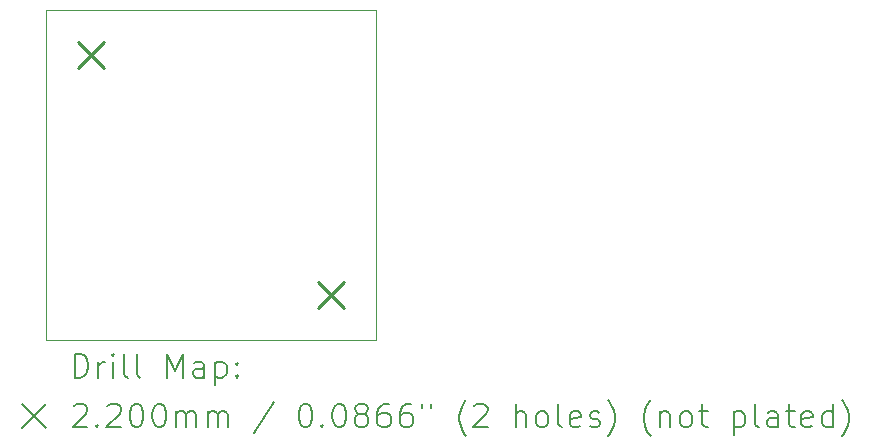
<source format=gbr>
%TF.GenerationSoftware,KiCad,Pcbnew,7.0.1*%
%TF.CreationDate,2023-10-30T09:31:32+01:00*%
%TF.ProjectId,opto-counter,6f70746f-2d63-46f7-956e-7465722e6b69,rev?*%
%TF.SameCoordinates,Original*%
%TF.FileFunction,Drillmap*%
%TF.FilePolarity,Positive*%
%FSLAX45Y45*%
G04 Gerber Fmt 4.5, Leading zero omitted, Abs format (unit mm)*
G04 Created by KiCad (PCBNEW 7.0.1) date 2023-10-30 09:31:32*
%MOMM*%
%LPD*%
G01*
G04 APERTURE LIST*
%ADD10C,0.050000*%
%ADD11C,0.200000*%
%ADD12C,0.220000*%
G04 APERTURE END LIST*
D10*
X6350000Y-2413000D02*
X9144000Y-2413000D01*
X9144000Y-5207000D01*
X6350000Y-5207000D01*
X6350000Y-2413000D01*
D11*
D12*
X6621000Y-2684000D02*
X6841000Y-2904000D01*
X6841000Y-2684000D02*
X6621000Y-2904000D01*
X8653000Y-4716000D02*
X8873000Y-4936000D01*
X8873000Y-4716000D02*
X8653000Y-4936000D01*
D11*
X6595119Y-5522024D02*
X6595119Y-5322024D01*
X6595119Y-5322024D02*
X6642738Y-5322024D01*
X6642738Y-5322024D02*
X6671309Y-5331548D01*
X6671309Y-5331548D02*
X6690357Y-5350595D01*
X6690357Y-5350595D02*
X6699881Y-5369643D01*
X6699881Y-5369643D02*
X6709405Y-5407738D01*
X6709405Y-5407738D02*
X6709405Y-5436310D01*
X6709405Y-5436310D02*
X6699881Y-5474405D01*
X6699881Y-5474405D02*
X6690357Y-5493452D01*
X6690357Y-5493452D02*
X6671309Y-5512500D01*
X6671309Y-5512500D02*
X6642738Y-5522024D01*
X6642738Y-5522024D02*
X6595119Y-5522024D01*
X6795119Y-5522024D02*
X6795119Y-5388690D01*
X6795119Y-5426786D02*
X6804643Y-5407738D01*
X6804643Y-5407738D02*
X6814167Y-5398214D01*
X6814167Y-5398214D02*
X6833214Y-5388690D01*
X6833214Y-5388690D02*
X6852262Y-5388690D01*
X6918928Y-5522024D02*
X6918928Y-5388690D01*
X6918928Y-5322024D02*
X6909405Y-5331548D01*
X6909405Y-5331548D02*
X6918928Y-5341071D01*
X6918928Y-5341071D02*
X6928452Y-5331548D01*
X6928452Y-5331548D02*
X6918928Y-5322024D01*
X6918928Y-5322024D02*
X6918928Y-5341071D01*
X7042738Y-5522024D02*
X7023690Y-5512500D01*
X7023690Y-5512500D02*
X7014167Y-5493452D01*
X7014167Y-5493452D02*
X7014167Y-5322024D01*
X7147500Y-5522024D02*
X7128452Y-5512500D01*
X7128452Y-5512500D02*
X7118928Y-5493452D01*
X7118928Y-5493452D02*
X7118928Y-5322024D01*
X7376071Y-5522024D02*
X7376071Y-5322024D01*
X7376071Y-5322024D02*
X7442738Y-5464881D01*
X7442738Y-5464881D02*
X7509405Y-5322024D01*
X7509405Y-5322024D02*
X7509405Y-5522024D01*
X7690357Y-5522024D02*
X7690357Y-5417262D01*
X7690357Y-5417262D02*
X7680833Y-5398214D01*
X7680833Y-5398214D02*
X7661786Y-5388690D01*
X7661786Y-5388690D02*
X7623690Y-5388690D01*
X7623690Y-5388690D02*
X7604643Y-5398214D01*
X7690357Y-5512500D02*
X7671309Y-5522024D01*
X7671309Y-5522024D02*
X7623690Y-5522024D01*
X7623690Y-5522024D02*
X7604643Y-5512500D01*
X7604643Y-5512500D02*
X7595119Y-5493452D01*
X7595119Y-5493452D02*
X7595119Y-5474405D01*
X7595119Y-5474405D02*
X7604643Y-5455357D01*
X7604643Y-5455357D02*
X7623690Y-5445833D01*
X7623690Y-5445833D02*
X7671309Y-5445833D01*
X7671309Y-5445833D02*
X7690357Y-5436310D01*
X7785595Y-5388690D02*
X7785595Y-5588690D01*
X7785595Y-5398214D02*
X7804643Y-5388690D01*
X7804643Y-5388690D02*
X7842738Y-5388690D01*
X7842738Y-5388690D02*
X7861786Y-5398214D01*
X7861786Y-5398214D02*
X7871309Y-5407738D01*
X7871309Y-5407738D02*
X7880833Y-5426786D01*
X7880833Y-5426786D02*
X7880833Y-5483929D01*
X7880833Y-5483929D02*
X7871309Y-5502976D01*
X7871309Y-5502976D02*
X7861786Y-5512500D01*
X7861786Y-5512500D02*
X7842738Y-5522024D01*
X7842738Y-5522024D02*
X7804643Y-5522024D01*
X7804643Y-5522024D02*
X7785595Y-5512500D01*
X7966548Y-5502976D02*
X7976071Y-5512500D01*
X7976071Y-5512500D02*
X7966548Y-5522024D01*
X7966548Y-5522024D02*
X7957024Y-5512500D01*
X7957024Y-5512500D02*
X7966548Y-5502976D01*
X7966548Y-5502976D02*
X7966548Y-5522024D01*
X7966548Y-5398214D02*
X7976071Y-5407738D01*
X7976071Y-5407738D02*
X7966548Y-5417262D01*
X7966548Y-5417262D02*
X7957024Y-5407738D01*
X7957024Y-5407738D02*
X7966548Y-5398214D01*
X7966548Y-5398214D02*
X7966548Y-5417262D01*
X6147500Y-5749500D02*
X6347500Y-5949500D01*
X6347500Y-5749500D02*
X6147500Y-5949500D01*
X6585595Y-5761071D02*
X6595119Y-5751548D01*
X6595119Y-5751548D02*
X6614167Y-5742024D01*
X6614167Y-5742024D02*
X6661786Y-5742024D01*
X6661786Y-5742024D02*
X6680833Y-5751548D01*
X6680833Y-5751548D02*
X6690357Y-5761071D01*
X6690357Y-5761071D02*
X6699881Y-5780119D01*
X6699881Y-5780119D02*
X6699881Y-5799167D01*
X6699881Y-5799167D02*
X6690357Y-5827738D01*
X6690357Y-5827738D02*
X6576071Y-5942024D01*
X6576071Y-5942024D02*
X6699881Y-5942024D01*
X6785595Y-5922976D02*
X6795119Y-5932500D01*
X6795119Y-5932500D02*
X6785595Y-5942024D01*
X6785595Y-5942024D02*
X6776071Y-5932500D01*
X6776071Y-5932500D02*
X6785595Y-5922976D01*
X6785595Y-5922976D02*
X6785595Y-5942024D01*
X6871309Y-5761071D02*
X6880833Y-5751548D01*
X6880833Y-5751548D02*
X6899881Y-5742024D01*
X6899881Y-5742024D02*
X6947500Y-5742024D01*
X6947500Y-5742024D02*
X6966548Y-5751548D01*
X6966548Y-5751548D02*
X6976071Y-5761071D01*
X6976071Y-5761071D02*
X6985595Y-5780119D01*
X6985595Y-5780119D02*
X6985595Y-5799167D01*
X6985595Y-5799167D02*
X6976071Y-5827738D01*
X6976071Y-5827738D02*
X6861786Y-5942024D01*
X6861786Y-5942024D02*
X6985595Y-5942024D01*
X7109405Y-5742024D02*
X7128452Y-5742024D01*
X7128452Y-5742024D02*
X7147500Y-5751548D01*
X7147500Y-5751548D02*
X7157024Y-5761071D01*
X7157024Y-5761071D02*
X7166548Y-5780119D01*
X7166548Y-5780119D02*
X7176071Y-5818214D01*
X7176071Y-5818214D02*
X7176071Y-5865833D01*
X7176071Y-5865833D02*
X7166548Y-5903928D01*
X7166548Y-5903928D02*
X7157024Y-5922976D01*
X7157024Y-5922976D02*
X7147500Y-5932500D01*
X7147500Y-5932500D02*
X7128452Y-5942024D01*
X7128452Y-5942024D02*
X7109405Y-5942024D01*
X7109405Y-5942024D02*
X7090357Y-5932500D01*
X7090357Y-5932500D02*
X7080833Y-5922976D01*
X7080833Y-5922976D02*
X7071309Y-5903928D01*
X7071309Y-5903928D02*
X7061786Y-5865833D01*
X7061786Y-5865833D02*
X7061786Y-5818214D01*
X7061786Y-5818214D02*
X7071309Y-5780119D01*
X7071309Y-5780119D02*
X7080833Y-5761071D01*
X7080833Y-5761071D02*
X7090357Y-5751548D01*
X7090357Y-5751548D02*
X7109405Y-5742024D01*
X7299881Y-5742024D02*
X7318929Y-5742024D01*
X7318929Y-5742024D02*
X7337976Y-5751548D01*
X7337976Y-5751548D02*
X7347500Y-5761071D01*
X7347500Y-5761071D02*
X7357024Y-5780119D01*
X7357024Y-5780119D02*
X7366548Y-5818214D01*
X7366548Y-5818214D02*
X7366548Y-5865833D01*
X7366548Y-5865833D02*
X7357024Y-5903928D01*
X7357024Y-5903928D02*
X7347500Y-5922976D01*
X7347500Y-5922976D02*
X7337976Y-5932500D01*
X7337976Y-5932500D02*
X7318929Y-5942024D01*
X7318929Y-5942024D02*
X7299881Y-5942024D01*
X7299881Y-5942024D02*
X7280833Y-5932500D01*
X7280833Y-5932500D02*
X7271309Y-5922976D01*
X7271309Y-5922976D02*
X7261786Y-5903928D01*
X7261786Y-5903928D02*
X7252262Y-5865833D01*
X7252262Y-5865833D02*
X7252262Y-5818214D01*
X7252262Y-5818214D02*
X7261786Y-5780119D01*
X7261786Y-5780119D02*
X7271309Y-5761071D01*
X7271309Y-5761071D02*
X7280833Y-5751548D01*
X7280833Y-5751548D02*
X7299881Y-5742024D01*
X7452262Y-5942024D02*
X7452262Y-5808690D01*
X7452262Y-5827738D02*
X7461786Y-5818214D01*
X7461786Y-5818214D02*
X7480833Y-5808690D01*
X7480833Y-5808690D02*
X7509405Y-5808690D01*
X7509405Y-5808690D02*
X7528452Y-5818214D01*
X7528452Y-5818214D02*
X7537976Y-5837262D01*
X7537976Y-5837262D02*
X7537976Y-5942024D01*
X7537976Y-5837262D02*
X7547500Y-5818214D01*
X7547500Y-5818214D02*
X7566548Y-5808690D01*
X7566548Y-5808690D02*
X7595119Y-5808690D01*
X7595119Y-5808690D02*
X7614167Y-5818214D01*
X7614167Y-5818214D02*
X7623690Y-5837262D01*
X7623690Y-5837262D02*
X7623690Y-5942024D01*
X7718929Y-5942024D02*
X7718929Y-5808690D01*
X7718929Y-5827738D02*
X7728452Y-5818214D01*
X7728452Y-5818214D02*
X7747500Y-5808690D01*
X7747500Y-5808690D02*
X7776071Y-5808690D01*
X7776071Y-5808690D02*
X7795119Y-5818214D01*
X7795119Y-5818214D02*
X7804643Y-5837262D01*
X7804643Y-5837262D02*
X7804643Y-5942024D01*
X7804643Y-5837262D02*
X7814167Y-5818214D01*
X7814167Y-5818214D02*
X7833214Y-5808690D01*
X7833214Y-5808690D02*
X7861786Y-5808690D01*
X7861786Y-5808690D02*
X7880833Y-5818214D01*
X7880833Y-5818214D02*
X7890357Y-5837262D01*
X7890357Y-5837262D02*
X7890357Y-5942024D01*
X8280833Y-5732500D02*
X8109405Y-5989643D01*
X8537976Y-5742024D02*
X8557024Y-5742024D01*
X8557024Y-5742024D02*
X8576072Y-5751548D01*
X8576072Y-5751548D02*
X8585595Y-5761071D01*
X8585595Y-5761071D02*
X8595119Y-5780119D01*
X8595119Y-5780119D02*
X8604643Y-5818214D01*
X8604643Y-5818214D02*
X8604643Y-5865833D01*
X8604643Y-5865833D02*
X8595119Y-5903928D01*
X8595119Y-5903928D02*
X8585595Y-5922976D01*
X8585595Y-5922976D02*
X8576072Y-5932500D01*
X8576072Y-5932500D02*
X8557024Y-5942024D01*
X8557024Y-5942024D02*
X8537976Y-5942024D01*
X8537976Y-5942024D02*
X8518929Y-5932500D01*
X8518929Y-5932500D02*
X8509405Y-5922976D01*
X8509405Y-5922976D02*
X8499881Y-5903928D01*
X8499881Y-5903928D02*
X8490357Y-5865833D01*
X8490357Y-5865833D02*
X8490357Y-5818214D01*
X8490357Y-5818214D02*
X8499881Y-5780119D01*
X8499881Y-5780119D02*
X8509405Y-5761071D01*
X8509405Y-5761071D02*
X8518929Y-5751548D01*
X8518929Y-5751548D02*
X8537976Y-5742024D01*
X8690357Y-5922976D02*
X8699881Y-5932500D01*
X8699881Y-5932500D02*
X8690357Y-5942024D01*
X8690357Y-5942024D02*
X8680834Y-5932500D01*
X8680834Y-5932500D02*
X8690357Y-5922976D01*
X8690357Y-5922976D02*
X8690357Y-5942024D01*
X8823691Y-5742024D02*
X8842738Y-5742024D01*
X8842738Y-5742024D02*
X8861786Y-5751548D01*
X8861786Y-5751548D02*
X8871310Y-5761071D01*
X8871310Y-5761071D02*
X8880834Y-5780119D01*
X8880834Y-5780119D02*
X8890357Y-5818214D01*
X8890357Y-5818214D02*
X8890357Y-5865833D01*
X8890357Y-5865833D02*
X8880834Y-5903928D01*
X8880834Y-5903928D02*
X8871310Y-5922976D01*
X8871310Y-5922976D02*
X8861786Y-5932500D01*
X8861786Y-5932500D02*
X8842738Y-5942024D01*
X8842738Y-5942024D02*
X8823691Y-5942024D01*
X8823691Y-5942024D02*
X8804643Y-5932500D01*
X8804643Y-5932500D02*
X8795119Y-5922976D01*
X8795119Y-5922976D02*
X8785595Y-5903928D01*
X8785595Y-5903928D02*
X8776072Y-5865833D01*
X8776072Y-5865833D02*
X8776072Y-5818214D01*
X8776072Y-5818214D02*
X8785595Y-5780119D01*
X8785595Y-5780119D02*
X8795119Y-5761071D01*
X8795119Y-5761071D02*
X8804643Y-5751548D01*
X8804643Y-5751548D02*
X8823691Y-5742024D01*
X9004643Y-5827738D02*
X8985595Y-5818214D01*
X8985595Y-5818214D02*
X8976072Y-5808690D01*
X8976072Y-5808690D02*
X8966548Y-5789643D01*
X8966548Y-5789643D02*
X8966548Y-5780119D01*
X8966548Y-5780119D02*
X8976072Y-5761071D01*
X8976072Y-5761071D02*
X8985595Y-5751548D01*
X8985595Y-5751548D02*
X9004643Y-5742024D01*
X9004643Y-5742024D02*
X9042738Y-5742024D01*
X9042738Y-5742024D02*
X9061786Y-5751548D01*
X9061786Y-5751548D02*
X9071310Y-5761071D01*
X9071310Y-5761071D02*
X9080834Y-5780119D01*
X9080834Y-5780119D02*
X9080834Y-5789643D01*
X9080834Y-5789643D02*
X9071310Y-5808690D01*
X9071310Y-5808690D02*
X9061786Y-5818214D01*
X9061786Y-5818214D02*
X9042738Y-5827738D01*
X9042738Y-5827738D02*
X9004643Y-5827738D01*
X9004643Y-5827738D02*
X8985595Y-5837262D01*
X8985595Y-5837262D02*
X8976072Y-5846786D01*
X8976072Y-5846786D02*
X8966548Y-5865833D01*
X8966548Y-5865833D02*
X8966548Y-5903928D01*
X8966548Y-5903928D02*
X8976072Y-5922976D01*
X8976072Y-5922976D02*
X8985595Y-5932500D01*
X8985595Y-5932500D02*
X9004643Y-5942024D01*
X9004643Y-5942024D02*
X9042738Y-5942024D01*
X9042738Y-5942024D02*
X9061786Y-5932500D01*
X9061786Y-5932500D02*
X9071310Y-5922976D01*
X9071310Y-5922976D02*
X9080834Y-5903928D01*
X9080834Y-5903928D02*
X9080834Y-5865833D01*
X9080834Y-5865833D02*
X9071310Y-5846786D01*
X9071310Y-5846786D02*
X9061786Y-5837262D01*
X9061786Y-5837262D02*
X9042738Y-5827738D01*
X9252262Y-5742024D02*
X9214167Y-5742024D01*
X9214167Y-5742024D02*
X9195119Y-5751548D01*
X9195119Y-5751548D02*
X9185595Y-5761071D01*
X9185595Y-5761071D02*
X9166548Y-5789643D01*
X9166548Y-5789643D02*
X9157024Y-5827738D01*
X9157024Y-5827738D02*
X9157024Y-5903928D01*
X9157024Y-5903928D02*
X9166548Y-5922976D01*
X9166548Y-5922976D02*
X9176072Y-5932500D01*
X9176072Y-5932500D02*
X9195119Y-5942024D01*
X9195119Y-5942024D02*
X9233215Y-5942024D01*
X9233215Y-5942024D02*
X9252262Y-5932500D01*
X9252262Y-5932500D02*
X9261786Y-5922976D01*
X9261786Y-5922976D02*
X9271310Y-5903928D01*
X9271310Y-5903928D02*
X9271310Y-5856309D01*
X9271310Y-5856309D02*
X9261786Y-5837262D01*
X9261786Y-5837262D02*
X9252262Y-5827738D01*
X9252262Y-5827738D02*
X9233215Y-5818214D01*
X9233215Y-5818214D02*
X9195119Y-5818214D01*
X9195119Y-5818214D02*
X9176072Y-5827738D01*
X9176072Y-5827738D02*
X9166548Y-5837262D01*
X9166548Y-5837262D02*
X9157024Y-5856309D01*
X9442738Y-5742024D02*
X9404643Y-5742024D01*
X9404643Y-5742024D02*
X9385595Y-5751548D01*
X9385595Y-5751548D02*
X9376072Y-5761071D01*
X9376072Y-5761071D02*
X9357024Y-5789643D01*
X9357024Y-5789643D02*
X9347500Y-5827738D01*
X9347500Y-5827738D02*
X9347500Y-5903928D01*
X9347500Y-5903928D02*
X9357024Y-5922976D01*
X9357024Y-5922976D02*
X9366548Y-5932500D01*
X9366548Y-5932500D02*
X9385595Y-5942024D01*
X9385595Y-5942024D02*
X9423691Y-5942024D01*
X9423691Y-5942024D02*
X9442738Y-5932500D01*
X9442738Y-5932500D02*
X9452262Y-5922976D01*
X9452262Y-5922976D02*
X9461786Y-5903928D01*
X9461786Y-5903928D02*
X9461786Y-5856309D01*
X9461786Y-5856309D02*
X9452262Y-5837262D01*
X9452262Y-5837262D02*
X9442738Y-5827738D01*
X9442738Y-5827738D02*
X9423691Y-5818214D01*
X9423691Y-5818214D02*
X9385595Y-5818214D01*
X9385595Y-5818214D02*
X9366548Y-5827738D01*
X9366548Y-5827738D02*
X9357024Y-5837262D01*
X9357024Y-5837262D02*
X9347500Y-5856309D01*
X9537976Y-5742024D02*
X9537976Y-5780119D01*
X9614167Y-5742024D02*
X9614167Y-5780119D01*
X9909405Y-6018214D02*
X9899881Y-6008690D01*
X9899881Y-6008690D02*
X9880834Y-5980119D01*
X9880834Y-5980119D02*
X9871310Y-5961071D01*
X9871310Y-5961071D02*
X9861786Y-5932500D01*
X9861786Y-5932500D02*
X9852262Y-5884881D01*
X9852262Y-5884881D02*
X9852262Y-5846786D01*
X9852262Y-5846786D02*
X9861786Y-5799167D01*
X9861786Y-5799167D02*
X9871310Y-5770595D01*
X9871310Y-5770595D02*
X9880834Y-5751548D01*
X9880834Y-5751548D02*
X9899881Y-5722976D01*
X9899881Y-5722976D02*
X9909405Y-5713452D01*
X9976072Y-5761071D02*
X9985596Y-5751548D01*
X9985596Y-5751548D02*
X10004643Y-5742024D01*
X10004643Y-5742024D02*
X10052262Y-5742024D01*
X10052262Y-5742024D02*
X10071310Y-5751548D01*
X10071310Y-5751548D02*
X10080834Y-5761071D01*
X10080834Y-5761071D02*
X10090357Y-5780119D01*
X10090357Y-5780119D02*
X10090357Y-5799167D01*
X10090357Y-5799167D02*
X10080834Y-5827738D01*
X10080834Y-5827738D02*
X9966548Y-5942024D01*
X9966548Y-5942024D02*
X10090357Y-5942024D01*
X10328453Y-5942024D02*
X10328453Y-5742024D01*
X10414167Y-5942024D02*
X10414167Y-5837262D01*
X10414167Y-5837262D02*
X10404643Y-5818214D01*
X10404643Y-5818214D02*
X10385596Y-5808690D01*
X10385596Y-5808690D02*
X10357024Y-5808690D01*
X10357024Y-5808690D02*
X10337977Y-5818214D01*
X10337977Y-5818214D02*
X10328453Y-5827738D01*
X10537977Y-5942024D02*
X10518929Y-5932500D01*
X10518929Y-5932500D02*
X10509405Y-5922976D01*
X10509405Y-5922976D02*
X10499881Y-5903928D01*
X10499881Y-5903928D02*
X10499881Y-5846786D01*
X10499881Y-5846786D02*
X10509405Y-5827738D01*
X10509405Y-5827738D02*
X10518929Y-5818214D01*
X10518929Y-5818214D02*
X10537977Y-5808690D01*
X10537977Y-5808690D02*
X10566548Y-5808690D01*
X10566548Y-5808690D02*
X10585596Y-5818214D01*
X10585596Y-5818214D02*
X10595119Y-5827738D01*
X10595119Y-5827738D02*
X10604643Y-5846786D01*
X10604643Y-5846786D02*
X10604643Y-5903928D01*
X10604643Y-5903928D02*
X10595119Y-5922976D01*
X10595119Y-5922976D02*
X10585596Y-5932500D01*
X10585596Y-5932500D02*
X10566548Y-5942024D01*
X10566548Y-5942024D02*
X10537977Y-5942024D01*
X10718929Y-5942024D02*
X10699881Y-5932500D01*
X10699881Y-5932500D02*
X10690358Y-5913452D01*
X10690358Y-5913452D02*
X10690358Y-5742024D01*
X10871310Y-5932500D02*
X10852262Y-5942024D01*
X10852262Y-5942024D02*
X10814167Y-5942024D01*
X10814167Y-5942024D02*
X10795119Y-5932500D01*
X10795119Y-5932500D02*
X10785596Y-5913452D01*
X10785596Y-5913452D02*
X10785596Y-5837262D01*
X10785596Y-5837262D02*
X10795119Y-5818214D01*
X10795119Y-5818214D02*
X10814167Y-5808690D01*
X10814167Y-5808690D02*
X10852262Y-5808690D01*
X10852262Y-5808690D02*
X10871310Y-5818214D01*
X10871310Y-5818214D02*
X10880834Y-5837262D01*
X10880834Y-5837262D02*
X10880834Y-5856309D01*
X10880834Y-5856309D02*
X10785596Y-5875357D01*
X10957024Y-5932500D02*
X10976072Y-5942024D01*
X10976072Y-5942024D02*
X11014167Y-5942024D01*
X11014167Y-5942024D02*
X11033215Y-5932500D01*
X11033215Y-5932500D02*
X11042739Y-5913452D01*
X11042739Y-5913452D02*
X11042739Y-5903928D01*
X11042739Y-5903928D02*
X11033215Y-5884881D01*
X11033215Y-5884881D02*
X11014167Y-5875357D01*
X11014167Y-5875357D02*
X10985596Y-5875357D01*
X10985596Y-5875357D02*
X10966548Y-5865833D01*
X10966548Y-5865833D02*
X10957024Y-5846786D01*
X10957024Y-5846786D02*
X10957024Y-5837262D01*
X10957024Y-5837262D02*
X10966548Y-5818214D01*
X10966548Y-5818214D02*
X10985596Y-5808690D01*
X10985596Y-5808690D02*
X11014167Y-5808690D01*
X11014167Y-5808690D02*
X11033215Y-5818214D01*
X11109405Y-6018214D02*
X11118929Y-6008690D01*
X11118929Y-6008690D02*
X11137977Y-5980119D01*
X11137977Y-5980119D02*
X11147500Y-5961071D01*
X11147500Y-5961071D02*
X11157024Y-5932500D01*
X11157024Y-5932500D02*
X11166548Y-5884881D01*
X11166548Y-5884881D02*
X11166548Y-5846786D01*
X11166548Y-5846786D02*
X11157024Y-5799167D01*
X11157024Y-5799167D02*
X11147500Y-5770595D01*
X11147500Y-5770595D02*
X11137977Y-5751548D01*
X11137977Y-5751548D02*
X11118929Y-5722976D01*
X11118929Y-5722976D02*
X11109405Y-5713452D01*
X11471310Y-6018214D02*
X11461786Y-6008690D01*
X11461786Y-6008690D02*
X11442738Y-5980119D01*
X11442738Y-5980119D02*
X11433215Y-5961071D01*
X11433215Y-5961071D02*
X11423691Y-5932500D01*
X11423691Y-5932500D02*
X11414167Y-5884881D01*
X11414167Y-5884881D02*
X11414167Y-5846786D01*
X11414167Y-5846786D02*
X11423691Y-5799167D01*
X11423691Y-5799167D02*
X11433215Y-5770595D01*
X11433215Y-5770595D02*
X11442738Y-5751548D01*
X11442738Y-5751548D02*
X11461786Y-5722976D01*
X11461786Y-5722976D02*
X11471310Y-5713452D01*
X11547500Y-5808690D02*
X11547500Y-5942024D01*
X11547500Y-5827738D02*
X11557024Y-5818214D01*
X11557024Y-5818214D02*
X11576072Y-5808690D01*
X11576072Y-5808690D02*
X11604643Y-5808690D01*
X11604643Y-5808690D02*
X11623691Y-5818214D01*
X11623691Y-5818214D02*
X11633215Y-5837262D01*
X11633215Y-5837262D02*
X11633215Y-5942024D01*
X11757024Y-5942024D02*
X11737977Y-5932500D01*
X11737977Y-5932500D02*
X11728453Y-5922976D01*
X11728453Y-5922976D02*
X11718929Y-5903928D01*
X11718929Y-5903928D02*
X11718929Y-5846786D01*
X11718929Y-5846786D02*
X11728453Y-5827738D01*
X11728453Y-5827738D02*
X11737977Y-5818214D01*
X11737977Y-5818214D02*
X11757024Y-5808690D01*
X11757024Y-5808690D02*
X11785596Y-5808690D01*
X11785596Y-5808690D02*
X11804643Y-5818214D01*
X11804643Y-5818214D02*
X11814167Y-5827738D01*
X11814167Y-5827738D02*
X11823691Y-5846786D01*
X11823691Y-5846786D02*
X11823691Y-5903928D01*
X11823691Y-5903928D02*
X11814167Y-5922976D01*
X11814167Y-5922976D02*
X11804643Y-5932500D01*
X11804643Y-5932500D02*
X11785596Y-5942024D01*
X11785596Y-5942024D02*
X11757024Y-5942024D01*
X11880834Y-5808690D02*
X11957024Y-5808690D01*
X11909405Y-5742024D02*
X11909405Y-5913452D01*
X11909405Y-5913452D02*
X11918929Y-5932500D01*
X11918929Y-5932500D02*
X11937977Y-5942024D01*
X11937977Y-5942024D02*
X11957024Y-5942024D01*
X12176072Y-5808690D02*
X12176072Y-6008690D01*
X12176072Y-5818214D02*
X12195119Y-5808690D01*
X12195119Y-5808690D02*
X12233215Y-5808690D01*
X12233215Y-5808690D02*
X12252262Y-5818214D01*
X12252262Y-5818214D02*
X12261786Y-5827738D01*
X12261786Y-5827738D02*
X12271310Y-5846786D01*
X12271310Y-5846786D02*
X12271310Y-5903928D01*
X12271310Y-5903928D02*
X12261786Y-5922976D01*
X12261786Y-5922976D02*
X12252262Y-5932500D01*
X12252262Y-5932500D02*
X12233215Y-5942024D01*
X12233215Y-5942024D02*
X12195119Y-5942024D01*
X12195119Y-5942024D02*
X12176072Y-5932500D01*
X12385596Y-5942024D02*
X12366548Y-5932500D01*
X12366548Y-5932500D02*
X12357024Y-5913452D01*
X12357024Y-5913452D02*
X12357024Y-5742024D01*
X12547500Y-5942024D02*
X12547500Y-5837262D01*
X12547500Y-5837262D02*
X12537977Y-5818214D01*
X12537977Y-5818214D02*
X12518929Y-5808690D01*
X12518929Y-5808690D02*
X12480834Y-5808690D01*
X12480834Y-5808690D02*
X12461786Y-5818214D01*
X12547500Y-5932500D02*
X12528453Y-5942024D01*
X12528453Y-5942024D02*
X12480834Y-5942024D01*
X12480834Y-5942024D02*
X12461786Y-5932500D01*
X12461786Y-5932500D02*
X12452262Y-5913452D01*
X12452262Y-5913452D02*
X12452262Y-5894405D01*
X12452262Y-5894405D02*
X12461786Y-5875357D01*
X12461786Y-5875357D02*
X12480834Y-5865833D01*
X12480834Y-5865833D02*
X12528453Y-5865833D01*
X12528453Y-5865833D02*
X12547500Y-5856309D01*
X12614167Y-5808690D02*
X12690358Y-5808690D01*
X12642739Y-5742024D02*
X12642739Y-5913452D01*
X12642739Y-5913452D02*
X12652262Y-5932500D01*
X12652262Y-5932500D02*
X12671310Y-5942024D01*
X12671310Y-5942024D02*
X12690358Y-5942024D01*
X12833215Y-5932500D02*
X12814167Y-5942024D01*
X12814167Y-5942024D02*
X12776072Y-5942024D01*
X12776072Y-5942024D02*
X12757024Y-5932500D01*
X12757024Y-5932500D02*
X12747500Y-5913452D01*
X12747500Y-5913452D02*
X12747500Y-5837262D01*
X12747500Y-5837262D02*
X12757024Y-5818214D01*
X12757024Y-5818214D02*
X12776072Y-5808690D01*
X12776072Y-5808690D02*
X12814167Y-5808690D01*
X12814167Y-5808690D02*
X12833215Y-5818214D01*
X12833215Y-5818214D02*
X12842739Y-5837262D01*
X12842739Y-5837262D02*
X12842739Y-5856309D01*
X12842739Y-5856309D02*
X12747500Y-5875357D01*
X13014167Y-5942024D02*
X13014167Y-5742024D01*
X13014167Y-5932500D02*
X12995120Y-5942024D01*
X12995120Y-5942024D02*
X12957024Y-5942024D01*
X12957024Y-5942024D02*
X12937977Y-5932500D01*
X12937977Y-5932500D02*
X12928453Y-5922976D01*
X12928453Y-5922976D02*
X12918929Y-5903928D01*
X12918929Y-5903928D02*
X12918929Y-5846786D01*
X12918929Y-5846786D02*
X12928453Y-5827738D01*
X12928453Y-5827738D02*
X12937977Y-5818214D01*
X12937977Y-5818214D02*
X12957024Y-5808690D01*
X12957024Y-5808690D02*
X12995120Y-5808690D01*
X12995120Y-5808690D02*
X13014167Y-5818214D01*
X13090358Y-6018214D02*
X13099881Y-6008690D01*
X13099881Y-6008690D02*
X13118929Y-5980119D01*
X13118929Y-5980119D02*
X13128453Y-5961071D01*
X13128453Y-5961071D02*
X13137977Y-5932500D01*
X13137977Y-5932500D02*
X13147500Y-5884881D01*
X13147500Y-5884881D02*
X13147500Y-5846786D01*
X13147500Y-5846786D02*
X13137977Y-5799167D01*
X13137977Y-5799167D02*
X13128453Y-5770595D01*
X13128453Y-5770595D02*
X13118929Y-5751548D01*
X13118929Y-5751548D02*
X13099881Y-5722976D01*
X13099881Y-5722976D02*
X13090358Y-5713452D01*
M02*

</source>
